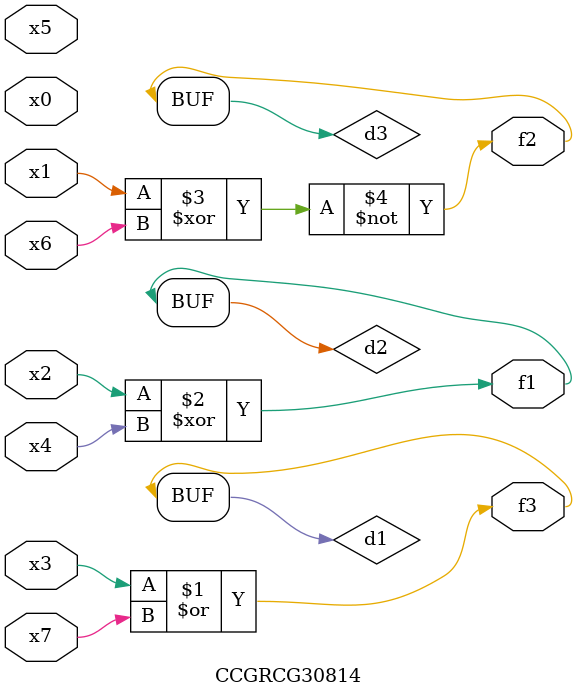
<source format=v>
module CCGRCG30814(
	input x0, x1, x2, x3, x4, x5, x6, x7,
	output f1, f2, f3
);

	wire d1, d2, d3;

	or (d1, x3, x7);
	xor (d2, x2, x4);
	xnor (d3, x1, x6);
	assign f1 = d2;
	assign f2 = d3;
	assign f3 = d1;
endmodule

</source>
